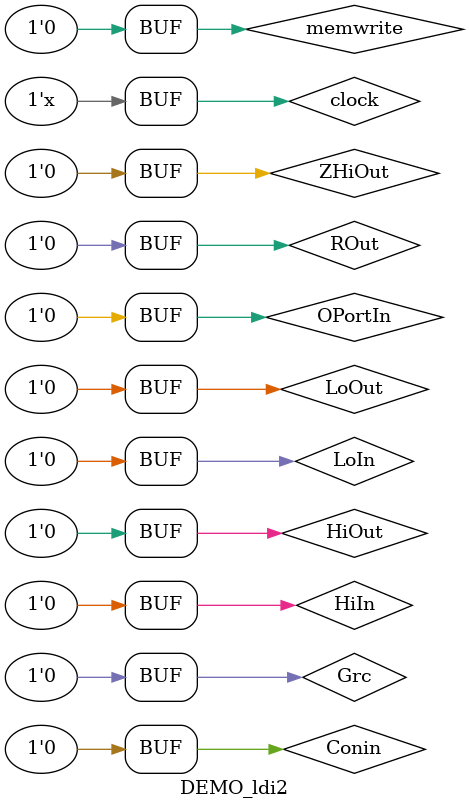
<source format=v>
`timescale 1ns/10ps
module DEMO_ldi2();

reg clock, clear;
reg [3:0] present_state;

reg HiIn, LoIn, ZIn, PCIn, MDRIn, MARIn, YIn, OPortIn, IRIn;
initial {HiIn, LoIn, ZIn, PCIn, MDRIn, MARIn, YIn, OPortIn, IRIn} = 0;
reg HiOut, LoOut, ZHiOut, ZLoOut, PCOut, MDROut, IPortOut, COut;
initial {HiOut, LoOut, ZHiOut, ZLoOut, PCOut, MDROut, IPortOut, COut} = 0;

reg [31:0] IPortInput = 0;

reg Gra, Grb, Grc, RIn, ROut, BAOut;
initial {Gra, Grb, Grc, RIn, ROut, BAOut} = 0;

reg Conin = 0;
wire ConOut;

reg memread = 0, memwrite = 0;
reg [4:0] ALUCode = 0;
reg initMem = 0;

DataPath dp(
	clock, clear, 
	HiIn, LoIn, ZIn, PCIn, MDRIn, MARIn, YIn, OPortIn, IRIn,
	HiOut, LoOut, ZHiOut, ZLoOut, PCOut, MDROut, IPortOut, COut,
	IPortInput,
	Gra, Grb, Grc, RIn, ROut, BAOut,
	Conin, ConOut,
	memread, memwrite, 
	ALUCode,
	initMem
);


//states and clock control:
parameter init1 = 4'd1, init2 = 4'd2, init3 = 4'd3, T0 = 4'd4, T1 = 4'd5, T2 = 4'd6, T3 = 4'd7, T4 = 4'd8, T5 = 4'd9, T6 = 4'd10, T7 = 4'd11;//can add more states here
initial begin clock = 0; present_state = 4'd0; end
always #10 clock = ~clock;
always @ (negedge clock) present_state = present_state + 1;



always @(present_state) begin
	case(present_state)
		init1: begin //Preload Register with value
			initMem = 1;
			IPortInput = 32'bxxxxx_0010_xxxx_0000000000001111000;//32'bxxxxx_register_xxxx_value
			IPortOut = 1;
			IRIn = 1;
			#15 IRIn = 0; IPortOut = 0; initMem = 0;
		end
		init2: begin
			Gra = 1;
			RIn = 1;
			COut = 1;
			#15 Gra = 0; RIn = 0; COut = 0;
		end
		init3: begin
			PCIn = 1;
			IPortInput = 32'd314;//preload PC with instruction memory location
			IPortOut = 1;
			#15 PCIn = 0; IPortOut = 0;
		end
		T0: begin
			PCOut = 1; MARIn = 1; ALUCode = 5'b11111; ZIn = 1;
			#15 PCOut = 0; MARIn = 0; ALUCode = 5'b0; ZIn = 0;
		end
		T1: begin
			ZLoOut = 1; PCIn = 1; memread = 1; MDRIn = 1;
			#15 ZLoOut = 0; PCIn = 0; memread = 0; MDRIn = 0;
		end
		T2: begin
			MDROut = 1; IRIn = 1;
			#15 MDROut = 0; IRIn = 0;
		end
		T3: begin
			Grb = 1; BAOut = 1; YIn = 1;
			#15 Grb = 0; BAOut = 0; YIn = 0;
		end
		T4: begin
			COut = 1; ALUCode = 5'b00011; ZIn = 1;
			#15 COut = 0; ZIn = 0;
		end
		T5: begin
			ZLoOut = 1; Gra = 1; RIn = 1;
			#15 ZLoOut = 0; Gra = 0; RIn = 0;
		end
		T6: begin
		end
		T7: begin 
		end
	endcase
end
endmodule 
</source>
